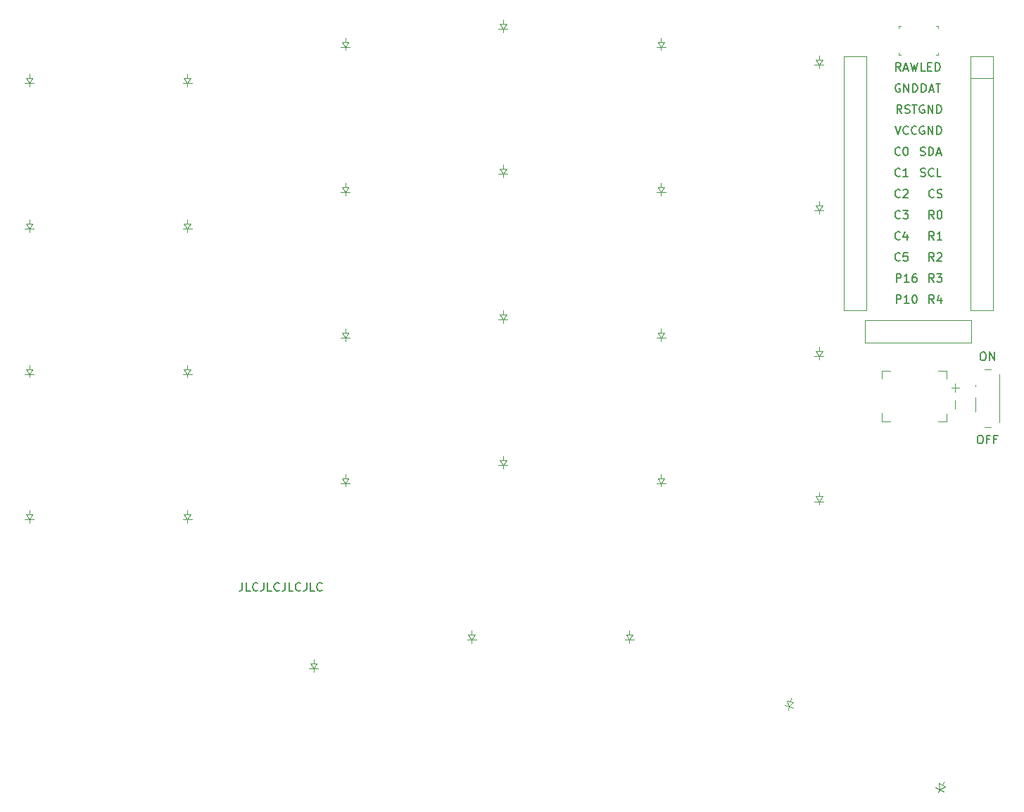
<source format=gbr>
%TF.GenerationSoftware,KiCad,Pcbnew,8.0.7*%
%TF.CreationDate,2025-02-11T23:53:49-03:00*%
%TF.ProjectId,souffle_wireless,736f7566-666c-4655-9f77-6972656c6573,0.1*%
%TF.SameCoordinates,Original*%
%TF.FileFunction,Legend,Top*%
%TF.FilePolarity,Positive*%
%FSLAX46Y46*%
G04 Gerber Fmt 4.6, Leading zero omitted, Abs format (unit mm)*
G04 Created by KiCad (PCBNEW 8.0.7) date 2025-02-11 23:53:49*
%MOMM*%
%LPD*%
G01*
G04 APERTURE LIST*
%ADD10C,0.150000*%
%ADD11C,0.100000*%
%ADD12C,0.120000*%
G04 APERTURE END LIST*
D10*
X133380951Y-106454819D02*
X133380951Y-107169104D01*
X133380951Y-107169104D02*
X133333332Y-107311961D01*
X133333332Y-107311961D02*
X133238094Y-107407200D01*
X133238094Y-107407200D02*
X133095237Y-107454819D01*
X133095237Y-107454819D02*
X132999999Y-107454819D01*
X134333332Y-107454819D02*
X133857142Y-107454819D01*
X133857142Y-107454819D02*
X133857142Y-106454819D01*
X135238094Y-107359580D02*
X135190475Y-107407200D01*
X135190475Y-107407200D02*
X135047618Y-107454819D01*
X135047618Y-107454819D02*
X134952380Y-107454819D01*
X134952380Y-107454819D02*
X134809523Y-107407200D01*
X134809523Y-107407200D02*
X134714285Y-107311961D01*
X134714285Y-107311961D02*
X134666666Y-107216723D01*
X134666666Y-107216723D02*
X134619047Y-107026247D01*
X134619047Y-107026247D02*
X134619047Y-106883390D01*
X134619047Y-106883390D02*
X134666666Y-106692914D01*
X134666666Y-106692914D02*
X134714285Y-106597676D01*
X134714285Y-106597676D02*
X134809523Y-106502438D01*
X134809523Y-106502438D02*
X134952380Y-106454819D01*
X134952380Y-106454819D02*
X135047618Y-106454819D01*
X135047618Y-106454819D02*
X135190475Y-106502438D01*
X135190475Y-106502438D02*
X135238094Y-106550057D01*
X135952380Y-106454819D02*
X135952380Y-107169104D01*
X135952380Y-107169104D02*
X135904761Y-107311961D01*
X135904761Y-107311961D02*
X135809523Y-107407200D01*
X135809523Y-107407200D02*
X135666666Y-107454819D01*
X135666666Y-107454819D02*
X135571428Y-107454819D01*
X136904761Y-107454819D02*
X136428571Y-107454819D01*
X136428571Y-107454819D02*
X136428571Y-106454819D01*
X137809523Y-107359580D02*
X137761904Y-107407200D01*
X137761904Y-107407200D02*
X137619047Y-107454819D01*
X137619047Y-107454819D02*
X137523809Y-107454819D01*
X137523809Y-107454819D02*
X137380952Y-107407200D01*
X137380952Y-107407200D02*
X137285714Y-107311961D01*
X137285714Y-107311961D02*
X137238095Y-107216723D01*
X137238095Y-107216723D02*
X137190476Y-107026247D01*
X137190476Y-107026247D02*
X137190476Y-106883390D01*
X137190476Y-106883390D02*
X137238095Y-106692914D01*
X137238095Y-106692914D02*
X137285714Y-106597676D01*
X137285714Y-106597676D02*
X137380952Y-106502438D01*
X137380952Y-106502438D02*
X137523809Y-106454819D01*
X137523809Y-106454819D02*
X137619047Y-106454819D01*
X137619047Y-106454819D02*
X137761904Y-106502438D01*
X137761904Y-106502438D02*
X137809523Y-106550057D01*
X138523809Y-106454819D02*
X138523809Y-107169104D01*
X138523809Y-107169104D02*
X138476190Y-107311961D01*
X138476190Y-107311961D02*
X138380952Y-107407200D01*
X138380952Y-107407200D02*
X138238095Y-107454819D01*
X138238095Y-107454819D02*
X138142857Y-107454819D01*
X139476190Y-107454819D02*
X139000000Y-107454819D01*
X139000000Y-107454819D02*
X139000000Y-106454819D01*
X140380952Y-107359580D02*
X140333333Y-107407200D01*
X140333333Y-107407200D02*
X140190476Y-107454819D01*
X140190476Y-107454819D02*
X140095238Y-107454819D01*
X140095238Y-107454819D02*
X139952381Y-107407200D01*
X139952381Y-107407200D02*
X139857143Y-107311961D01*
X139857143Y-107311961D02*
X139809524Y-107216723D01*
X139809524Y-107216723D02*
X139761905Y-107026247D01*
X139761905Y-107026247D02*
X139761905Y-106883390D01*
X139761905Y-106883390D02*
X139809524Y-106692914D01*
X139809524Y-106692914D02*
X139857143Y-106597676D01*
X139857143Y-106597676D02*
X139952381Y-106502438D01*
X139952381Y-106502438D02*
X140095238Y-106454819D01*
X140095238Y-106454819D02*
X140190476Y-106454819D01*
X140190476Y-106454819D02*
X140333333Y-106502438D01*
X140333333Y-106502438D02*
X140380952Y-106550057D01*
X141095238Y-106454819D02*
X141095238Y-107169104D01*
X141095238Y-107169104D02*
X141047619Y-107311961D01*
X141047619Y-107311961D02*
X140952381Y-107407200D01*
X140952381Y-107407200D02*
X140809524Y-107454819D01*
X140809524Y-107454819D02*
X140714286Y-107454819D01*
X142047619Y-107454819D02*
X141571429Y-107454819D01*
X141571429Y-107454819D02*
X141571429Y-106454819D01*
X142952381Y-107359580D02*
X142904762Y-107407200D01*
X142904762Y-107407200D02*
X142761905Y-107454819D01*
X142761905Y-107454819D02*
X142666667Y-107454819D01*
X142666667Y-107454819D02*
X142523810Y-107407200D01*
X142523810Y-107407200D02*
X142428572Y-107311961D01*
X142428572Y-107311961D02*
X142380953Y-107216723D01*
X142380953Y-107216723D02*
X142333334Y-107026247D01*
X142333334Y-107026247D02*
X142333334Y-106883390D01*
X142333334Y-106883390D02*
X142380953Y-106692914D01*
X142380953Y-106692914D02*
X142428572Y-106597676D01*
X142428572Y-106597676D02*
X142523810Y-106502438D01*
X142523810Y-106502438D02*
X142666667Y-106454819D01*
X142666667Y-106454819D02*
X142761905Y-106454819D01*
X142761905Y-106454819D02*
X142904762Y-106502438D01*
X142904762Y-106502438D02*
X142952381Y-106550057D01*
X212563523Y-44874819D02*
X212230190Y-44398628D01*
X211992095Y-44874819D02*
X211992095Y-43874819D01*
X211992095Y-43874819D02*
X212373047Y-43874819D01*
X212373047Y-43874819D02*
X212468285Y-43922438D01*
X212468285Y-43922438D02*
X212515904Y-43970057D01*
X212515904Y-43970057D02*
X212563523Y-44065295D01*
X212563523Y-44065295D02*
X212563523Y-44208152D01*
X212563523Y-44208152D02*
X212515904Y-44303390D01*
X212515904Y-44303390D02*
X212468285Y-44351009D01*
X212468285Y-44351009D02*
X212373047Y-44398628D01*
X212373047Y-44398628D02*
X211992095Y-44398628D01*
X212944476Y-44589104D02*
X213420666Y-44589104D01*
X212849238Y-44874819D02*
X213182571Y-43874819D01*
X213182571Y-43874819D02*
X213515904Y-44874819D01*
X213754000Y-43874819D02*
X213992095Y-44874819D01*
X213992095Y-44874819D02*
X214182571Y-44160533D01*
X214182571Y-44160533D02*
X214373047Y-44874819D01*
X214373047Y-44874819D02*
X214611143Y-43874819D01*
X215511142Y-44874819D02*
X215034952Y-44874819D01*
X215034952Y-44874819D02*
X215034952Y-43874819D01*
X215844476Y-44351009D02*
X216177809Y-44351009D01*
X216320666Y-44874819D02*
X215844476Y-44874819D01*
X215844476Y-44874819D02*
X215844476Y-43874819D01*
X215844476Y-43874819D02*
X216320666Y-43874819D01*
X216749238Y-44874819D02*
X216749238Y-43874819D01*
X216749238Y-43874819D02*
X216987333Y-43874819D01*
X216987333Y-43874819D02*
X217130190Y-43922438D01*
X217130190Y-43922438D02*
X217225428Y-44017676D01*
X217225428Y-44017676D02*
X217273047Y-44112914D01*
X217273047Y-44112914D02*
X217320666Y-44303390D01*
X217320666Y-44303390D02*
X217320666Y-44446247D01*
X217320666Y-44446247D02*
X217273047Y-44636723D01*
X217273047Y-44636723D02*
X217225428Y-44731961D01*
X217225428Y-44731961D02*
X217130190Y-44827200D01*
X217130190Y-44827200D02*
X216987333Y-44874819D01*
X216987333Y-44874819D02*
X216749238Y-44874819D01*
X212492095Y-46462438D02*
X212396857Y-46414819D01*
X212396857Y-46414819D02*
X212254000Y-46414819D01*
X212254000Y-46414819D02*
X212111143Y-46462438D01*
X212111143Y-46462438D02*
X212015905Y-46557676D01*
X212015905Y-46557676D02*
X211968286Y-46652914D01*
X211968286Y-46652914D02*
X211920667Y-46843390D01*
X211920667Y-46843390D02*
X211920667Y-46986247D01*
X211920667Y-46986247D02*
X211968286Y-47176723D01*
X211968286Y-47176723D02*
X212015905Y-47271961D01*
X212015905Y-47271961D02*
X212111143Y-47367200D01*
X212111143Y-47367200D02*
X212254000Y-47414819D01*
X212254000Y-47414819D02*
X212349238Y-47414819D01*
X212349238Y-47414819D02*
X212492095Y-47367200D01*
X212492095Y-47367200D02*
X212539714Y-47319580D01*
X212539714Y-47319580D02*
X212539714Y-46986247D01*
X212539714Y-46986247D02*
X212349238Y-46986247D01*
X212968286Y-47414819D02*
X212968286Y-46414819D01*
X212968286Y-46414819D02*
X213539714Y-47414819D01*
X213539714Y-47414819D02*
X213539714Y-46414819D01*
X214015905Y-47414819D02*
X214015905Y-46414819D01*
X214015905Y-46414819D02*
X214254000Y-46414819D01*
X214254000Y-46414819D02*
X214396857Y-46462438D01*
X214396857Y-46462438D02*
X214492095Y-46557676D01*
X214492095Y-46557676D02*
X214539714Y-46652914D01*
X214539714Y-46652914D02*
X214587333Y-46843390D01*
X214587333Y-46843390D02*
X214587333Y-46986247D01*
X214587333Y-46986247D02*
X214539714Y-47176723D01*
X214539714Y-47176723D02*
X214492095Y-47271961D01*
X214492095Y-47271961D02*
X214396857Y-47367200D01*
X214396857Y-47367200D02*
X214254000Y-47414819D01*
X214254000Y-47414819D02*
X214015905Y-47414819D01*
X215082571Y-47414819D02*
X215082571Y-46414819D01*
X215082571Y-46414819D02*
X215320666Y-46414819D01*
X215320666Y-46414819D02*
X215463523Y-46462438D01*
X215463523Y-46462438D02*
X215558761Y-46557676D01*
X215558761Y-46557676D02*
X215606380Y-46652914D01*
X215606380Y-46652914D02*
X215653999Y-46843390D01*
X215653999Y-46843390D02*
X215653999Y-46986247D01*
X215653999Y-46986247D02*
X215606380Y-47176723D01*
X215606380Y-47176723D02*
X215558761Y-47271961D01*
X215558761Y-47271961D02*
X215463523Y-47367200D01*
X215463523Y-47367200D02*
X215320666Y-47414819D01*
X215320666Y-47414819D02*
X215082571Y-47414819D01*
X216034952Y-47129104D02*
X216511142Y-47129104D01*
X215939714Y-47414819D02*
X216273047Y-46414819D01*
X216273047Y-46414819D02*
X216606380Y-47414819D01*
X216796857Y-46414819D02*
X217368285Y-46414819D01*
X217082571Y-47414819D02*
X217082571Y-46414819D01*
X212706380Y-49954819D02*
X212373047Y-49478628D01*
X212134952Y-49954819D02*
X212134952Y-48954819D01*
X212134952Y-48954819D02*
X212515904Y-48954819D01*
X212515904Y-48954819D02*
X212611142Y-49002438D01*
X212611142Y-49002438D02*
X212658761Y-49050057D01*
X212658761Y-49050057D02*
X212706380Y-49145295D01*
X212706380Y-49145295D02*
X212706380Y-49288152D01*
X212706380Y-49288152D02*
X212658761Y-49383390D01*
X212658761Y-49383390D02*
X212611142Y-49431009D01*
X212611142Y-49431009D02*
X212515904Y-49478628D01*
X212515904Y-49478628D02*
X212134952Y-49478628D01*
X213087333Y-49907200D02*
X213230190Y-49954819D01*
X213230190Y-49954819D02*
X213468285Y-49954819D01*
X213468285Y-49954819D02*
X213563523Y-49907200D01*
X213563523Y-49907200D02*
X213611142Y-49859580D01*
X213611142Y-49859580D02*
X213658761Y-49764342D01*
X213658761Y-49764342D02*
X213658761Y-49669104D01*
X213658761Y-49669104D02*
X213611142Y-49573866D01*
X213611142Y-49573866D02*
X213563523Y-49526247D01*
X213563523Y-49526247D02*
X213468285Y-49478628D01*
X213468285Y-49478628D02*
X213277809Y-49431009D01*
X213277809Y-49431009D02*
X213182571Y-49383390D01*
X213182571Y-49383390D02*
X213134952Y-49335771D01*
X213134952Y-49335771D02*
X213087333Y-49240533D01*
X213087333Y-49240533D02*
X213087333Y-49145295D01*
X213087333Y-49145295D02*
X213134952Y-49050057D01*
X213134952Y-49050057D02*
X213182571Y-49002438D01*
X213182571Y-49002438D02*
X213277809Y-48954819D01*
X213277809Y-48954819D02*
X213515904Y-48954819D01*
X213515904Y-48954819D02*
X213658761Y-49002438D01*
X213944476Y-48954819D02*
X214515904Y-48954819D01*
X214230190Y-49954819D02*
X214230190Y-48954819D01*
X215392095Y-49002438D02*
X215296857Y-48954819D01*
X215296857Y-48954819D02*
X215154000Y-48954819D01*
X215154000Y-48954819D02*
X215011143Y-49002438D01*
X215011143Y-49002438D02*
X214915905Y-49097676D01*
X214915905Y-49097676D02*
X214868286Y-49192914D01*
X214868286Y-49192914D02*
X214820667Y-49383390D01*
X214820667Y-49383390D02*
X214820667Y-49526247D01*
X214820667Y-49526247D02*
X214868286Y-49716723D01*
X214868286Y-49716723D02*
X214915905Y-49811961D01*
X214915905Y-49811961D02*
X215011143Y-49907200D01*
X215011143Y-49907200D02*
X215154000Y-49954819D01*
X215154000Y-49954819D02*
X215249238Y-49954819D01*
X215249238Y-49954819D02*
X215392095Y-49907200D01*
X215392095Y-49907200D02*
X215439714Y-49859580D01*
X215439714Y-49859580D02*
X215439714Y-49526247D01*
X215439714Y-49526247D02*
X215249238Y-49526247D01*
X215868286Y-49954819D02*
X215868286Y-48954819D01*
X215868286Y-48954819D02*
X216439714Y-49954819D01*
X216439714Y-49954819D02*
X216439714Y-48954819D01*
X216915905Y-49954819D02*
X216915905Y-48954819D01*
X216915905Y-48954819D02*
X217154000Y-48954819D01*
X217154000Y-48954819D02*
X217296857Y-49002438D01*
X217296857Y-49002438D02*
X217392095Y-49097676D01*
X217392095Y-49097676D02*
X217439714Y-49192914D01*
X217439714Y-49192914D02*
X217487333Y-49383390D01*
X217487333Y-49383390D02*
X217487333Y-49526247D01*
X217487333Y-49526247D02*
X217439714Y-49716723D01*
X217439714Y-49716723D02*
X217392095Y-49811961D01*
X217392095Y-49811961D02*
X217296857Y-49907200D01*
X217296857Y-49907200D02*
X217154000Y-49954819D01*
X217154000Y-49954819D02*
X216915905Y-49954819D01*
X211920667Y-51494819D02*
X212254000Y-52494819D01*
X212254000Y-52494819D02*
X212587333Y-51494819D01*
X213492095Y-52399580D02*
X213444476Y-52447200D01*
X213444476Y-52447200D02*
X213301619Y-52494819D01*
X213301619Y-52494819D02*
X213206381Y-52494819D01*
X213206381Y-52494819D02*
X213063524Y-52447200D01*
X213063524Y-52447200D02*
X212968286Y-52351961D01*
X212968286Y-52351961D02*
X212920667Y-52256723D01*
X212920667Y-52256723D02*
X212873048Y-52066247D01*
X212873048Y-52066247D02*
X212873048Y-51923390D01*
X212873048Y-51923390D02*
X212920667Y-51732914D01*
X212920667Y-51732914D02*
X212968286Y-51637676D01*
X212968286Y-51637676D02*
X213063524Y-51542438D01*
X213063524Y-51542438D02*
X213206381Y-51494819D01*
X213206381Y-51494819D02*
X213301619Y-51494819D01*
X213301619Y-51494819D02*
X213444476Y-51542438D01*
X213444476Y-51542438D02*
X213492095Y-51590057D01*
X214492095Y-52399580D02*
X214444476Y-52447200D01*
X214444476Y-52447200D02*
X214301619Y-52494819D01*
X214301619Y-52494819D02*
X214206381Y-52494819D01*
X214206381Y-52494819D02*
X214063524Y-52447200D01*
X214063524Y-52447200D02*
X213968286Y-52351961D01*
X213968286Y-52351961D02*
X213920667Y-52256723D01*
X213920667Y-52256723D02*
X213873048Y-52066247D01*
X213873048Y-52066247D02*
X213873048Y-51923390D01*
X213873048Y-51923390D02*
X213920667Y-51732914D01*
X213920667Y-51732914D02*
X213968286Y-51637676D01*
X213968286Y-51637676D02*
X214063524Y-51542438D01*
X214063524Y-51542438D02*
X214206381Y-51494819D01*
X214206381Y-51494819D02*
X214301619Y-51494819D01*
X214301619Y-51494819D02*
X214444476Y-51542438D01*
X214444476Y-51542438D02*
X214492095Y-51590057D01*
X215392095Y-51542438D02*
X215296857Y-51494819D01*
X215296857Y-51494819D02*
X215154000Y-51494819D01*
X215154000Y-51494819D02*
X215011143Y-51542438D01*
X215011143Y-51542438D02*
X214915905Y-51637676D01*
X214915905Y-51637676D02*
X214868286Y-51732914D01*
X214868286Y-51732914D02*
X214820667Y-51923390D01*
X214820667Y-51923390D02*
X214820667Y-52066247D01*
X214820667Y-52066247D02*
X214868286Y-52256723D01*
X214868286Y-52256723D02*
X214915905Y-52351961D01*
X214915905Y-52351961D02*
X215011143Y-52447200D01*
X215011143Y-52447200D02*
X215154000Y-52494819D01*
X215154000Y-52494819D02*
X215249238Y-52494819D01*
X215249238Y-52494819D02*
X215392095Y-52447200D01*
X215392095Y-52447200D02*
X215439714Y-52399580D01*
X215439714Y-52399580D02*
X215439714Y-52066247D01*
X215439714Y-52066247D02*
X215249238Y-52066247D01*
X215868286Y-52494819D02*
X215868286Y-51494819D01*
X215868286Y-51494819D02*
X216439714Y-52494819D01*
X216439714Y-52494819D02*
X216439714Y-51494819D01*
X216915905Y-52494819D02*
X216915905Y-51494819D01*
X216915905Y-51494819D02*
X217154000Y-51494819D01*
X217154000Y-51494819D02*
X217296857Y-51542438D01*
X217296857Y-51542438D02*
X217392095Y-51637676D01*
X217392095Y-51637676D02*
X217439714Y-51732914D01*
X217439714Y-51732914D02*
X217487333Y-51923390D01*
X217487333Y-51923390D02*
X217487333Y-52066247D01*
X217487333Y-52066247D02*
X217439714Y-52256723D01*
X217439714Y-52256723D02*
X217392095Y-52351961D01*
X217392095Y-52351961D02*
X217296857Y-52447200D01*
X217296857Y-52447200D02*
X217154000Y-52494819D01*
X217154000Y-52494819D02*
X216915905Y-52494819D01*
X212497333Y-54939580D02*
X212449714Y-54987200D01*
X212449714Y-54987200D02*
X212306857Y-55034819D01*
X212306857Y-55034819D02*
X212211619Y-55034819D01*
X212211619Y-55034819D02*
X212068762Y-54987200D01*
X212068762Y-54987200D02*
X211973524Y-54891961D01*
X211973524Y-54891961D02*
X211925905Y-54796723D01*
X211925905Y-54796723D02*
X211878286Y-54606247D01*
X211878286Y-54606247D02*
X211878286Y-54463390D01*
X211878286Y-54463390D02*
X211925905Y-54272914D01*
X211925905Y-54272914D02*
X211973524Y-54177676D01*
X211973524Y-54177676D02*
X212068762Y-54082438D01*
X212068762Y-54082438D02*
X212211619Y-54034819D01*
X212211619Y-54034819D02*
X212306857Y-54034819D01*
X212306857Y-54034819D02*
X212449714Y-54082438D01*
X212449714Y-54082438D02*
X212497333Y-54130057D01*
X213116381Y-54034819D02*
X213211619Y-54034819D01*
X213211619Y-54034819D02*
X213306857Y-54082438D01*
X213306857Y-54082438D02*
X213354476Y-54130057D01*
X213354476Y-54130057D02*
X213402095Y-54225295D01*
X213402095Y-54225295D02*
X213449714Y-54415771D01*
X213449714Y-54415771D02*
X213449714Y-54653866D01*
X213449714Y-54653866D02*
X213402095Y-54844342D01*
X213402095Y-54844342D02*
X213354476Y-54939580D01*
X213354476Y-54939580D02*
X213306857Y-54987200D01*
X213306857Y-54987200D02*
X213211619Y-55034819D01*
X213211619Y-55034819D02*
X213116381Y-55034819D01*
X213116381Y-55034819D02*
X213021143Y-54987200D01*
X213021143Y-54987200D02*
X212973524Y-54939580D01*
X212973524Y-54939580D02*
X212925905Y-54844342D01*
X212925905Y-54844342D02*
X212878286Y-54653866D01*
X212878286Y-54653866D02*
X212878286Y-54415771D01*
X212878286Y-54415771D02*
X212925905Y-54225295D01*
X212925905Y-54225295D02*
X212973524Y-54130057D01*
X212973524Y-54130057D02*
X213021143Y-54082438D01*
X213021143Y-54082438D02*
X213116381Y-54034819D01*
X214939714Y-54987200D02*
X215082571Y-55034819D01*
X215082571Y-55034819D02*
X215320666Y-55034819D01*
X215320666Y-55034819D02*
X215415904Y-54987200D01*
X215415904Y-54987200D02*
X215463523Y-54939580D01*
X215463523Y-54939580D02*
X215511142Y-54844342D01*
X215511142Y-54844342D02*
X215511142Y-54749104D01*
X215511142Y-54749104D02*
X215463523Y-54653866D01*
X215463523Y-54653866D02*
X215415904Y-54606247D01*
X215415904Y-54606247D02*
X215320666Y-54558628D01*
X215320666Y-54558628D02*
X215130190Y-54511009D01*
X215130190Y-54511009D02*
X215034952Y-54463390D01*
X215034952Y-54463390D02*
X214987333Y-54415771D01*
X214987333Y-54415771D02*
X214939714Y-54320533D01*
X214939714Y-54320533D02*
X214939714Y-54225295D01*
X214939714Y-54225295D02*
X214987333Y-54130057D01*
X214987333Y-54130057D02*
X215034952Y-54082438D01*
X215034952Y-54082438D02*
X215130190Y-54034819D01*
X215130190Y-54034819D02*
X215368285Y-54034819D01*
X215368285Y-54034819D02*
X215511142Y-54082438D01*
X215939714Y-55034819D02*
X215939714Y-54034819D01*
X215939714Y-54034819D02*
X216177809Y-54034819D01*
X216177809Y-54034819D02*
X216320666Y-54082438D01*
X216320666Y-54082438D02*
X216415904Y-54177676D01*
X216415904Y-54177676D02*
X216463523Y-54272914D01*
X216463523Y-54272914D02*
X216511142Y-54463390D01*
X216511142Y-54463390D02*
X216511142Y-54606247D01*
X216511142Y-54606247D02*
X216463523Y-54796723D01*
X216463523Y-54796723D02*
X216415904Y-54891961D01*
X216415904Y-54891961D02*
X216320666Y-54987200D01*
X216320666Y-54987200D02*
X216177809Y-55034819D01*
X216177809Y-55034819D02*
X215939714Y-55034819D01*
X216892095Y-54749104D02*
X217368285Y-54749104D01*
X216796857Y-55034819D02*
X217130190Y-54034819D01*
X217130190Y-54034819D02*
X217463523Y-55034819D01*
X212497333Y-57479580D02*
X212449714Y-57527200D01*
X212449714Y-57527200D02*
X212306857Y-57574819D01*
X212306857Y-57574819D02*
X212211619Y-57574819D01*
X212211619Y-57574819D02*
X212068762Y-57527200D01*
X212068762Y-57527200D02*
X211973524Y-57431961D01*
X211973524Y-57431961D02*
X211925905Y-57336723D01*
X211925905Y-57336723D02*
X211878286Y-57146247D01*
X211878286Y-57146247D02*
X211878286Y-57003390D01*
X211878286Y-57003390D02*
X211925905Y-56812914D01*
X211925905Y-56812914D02*
X211973524Y-56717676D01*
X211973524Y-56717676D02*
X212068762Y-56622438D01*
X212068762Y-56622438D02*
X212211619Y-56574819D01*
X212211619Y-56574819D02*
X212306857Y-56574819D01*
X212306857Y-56574819D02*
X212449714Y-56622438D01*
X212449714Y-56622438D02*
X212497333Y-56670057D01*
X213449714Y-57574819D02*
X212878286Y-57574819D01*
X213164000Y-57574819D02*
X213164000Y-56574819D01*
X213164000Y-56574819D02*
X213068762Y-56717676D01*
X213068762Y-56717676D02*
X212973524Y-56812914D01*
X212973524Y-56812914D02*
X212878286Y-56860533D01*
X214963524Y-57527200D02*
X215106381Y-57574819D01*
X215106381Y-57574819D02*
X215344476Y-57574819D01*
X215344476Y-57574819D02*
X215439714Y-57527200D01*
X215439714Y-57527200D02*
X215487333Y-57479580D01*
X215487333Y-57479580D02*
X215534952Y-57384342D01*
X215534952Y-57384342D02*
X215534952Y-57289104D01*
X215534952Y-57289104D02*
X215487333Y-57193866D01*
X215487333Y-57193866D02*
X215439714Y-57146247D01*
X215439714Y-57146247D02*
X215344476Y-57098628D01*
X215344476Y-57098628D02*
X215154000Y-57051009D01*
X215154000Y-57051009D02*
X215058762Y-57003390D01*
X215058762Y-57003390D02*
X215011143Y-56955771D01*
X215011143Y-56955771D02*
X214963524Y-56860533D01*
X214963524Y-56860533D02*
X214963524Y-56765295D01*
X214963524Y-56765295D02*
X215011143Y-56670057D01*
X215011143Y-56670057D02*
X215058762Y-56622438D01*
X215058762Y-56622438D02*
X215154000Y-56574819D01*
X215154000Y-56574819D02*
X215392095Y-56574819D01*
X215392095Y-56574819D02*
X215534952Y-56622438D01*
X216534952Y-57479580D02*
X216487333Y-57527200D01*
X216487333Y-57527200D02*
X216344476Y-57574819D01*
X216344476Y-57574819D02*
X216249238Y-57574819D01*
X216249238Y-57574819D02*
X216106381Y-57527200D01*
X216106381Y-57527200D02*
X216011143Y-57431961D01*
X216011143Y-57431961D02*
X215963524Y-57336723D01*
X215963524Y-57336723D02*
X215915905Y-57146247D01*
X215915905Y-57146247D02*
X215915905Y-57003390D01*
X215915905Y-57003390D02*
X215963524Y-56812914D01*
X215963524Y-56812914D02*
X216011143Y-56717676D01*
X216011143Y-56717676D02*
X216106381Y-56622438D01*
X216106381Y-56622438D02*
X216249238Y-56574819D01*
X216249238Y-56574819D02*
X216344476Y-56574819D01*
X216344476Y-56574819D02*
X216487333Y-56622438D01*
X216487333Y-56622438D02*
X216534952Y-56670057D01*
X217439714Y-57574819D02*
X216963524Y-57574819D01*
X216963524Y-57574819D02*
X216963524Y-56574819D01*
X212497333Y-60019580D02*
X212449714Y-60067200D01*
X212449714Y-60067200D02*
X212306857Y-60114819D01*
X212306857Y-60114819D02*
X212211619Y-60114819D01*
X212211619Y-60114819D02*
X212068762Y-60067200D01*
X212068762Y-60067200D02*
X211973524Y-59971961D01*
X211973524Y-59971961D02*
X211925905Y-59876723D01*
X211925905Y-59876723D02*
X211878286Y-59686247D01*
X211878286Y-59686247D02*
X211878286Y-59543390D01*
X211878286Y-59543390D02*
X211925905Y-59352914D01*
X211925905Y-59352914D02*
X211973524Y-59257676D01*
X211973524Y-59257676D02*
X212068762Y-59162438D01*
X212068762Y-59162438D02*
X212211619Y-59114819D01*
X212211619Y-59114819D02*
X212306857Y-59114819D01*
X212306857Y-59114819D02*
X212449714Y-59162438D01*
X212449714Y-59162438D02*
X212497333Y-59210057D01*
X212878286Y-59210057D02*
X212925905Y-59162438D01*
X212925905Y-59162438D02*
X213021143Y-59114819D01*
X213021143Y-59114819D02*
X213259238Y-59114819D01*
X213259238Y-59114819D02*
X213354476Y-59162438D01*
X213354476Y-59162438D02*
X213402095Y-59210057D01*
X213402095Y-59210057D02*
X213449714Y-59305295D01*
X213449714Y-59305295D02*
X213449714Y-59400533D01*
X213449714Y-59400533D02*
X213402095Y-59543390D01*
X213402095Y-59543390D02*
X212830667Y-60114819D01*
X212830667Y-60114819D02*
X213449714Y-60114819D01*
X216577333Y-60019580D02*
X216529714Y-60067200D01*
X216529714Y-60067200D02*
X216386857Y-60114819D01*
X216386857Y-60114819D02*
X216291619Y-60114819D01*
X216291619Y-60114819D02*
X216148762Y-60067200D01*
X216148762Y-60067200D02*
X216053524Y-59971961D01*
X216053524Y-59971961D02*
X216005905Y-59876723D01*
X216005905Y-59876723D02*
X215958286Y-59686247D01*
X215958286Y-59686247D02*
X215958286Y-59543390D01*
X215958286Y-59543390D02*
X216005905Y-59352914D01*
X216005905Y-59352914D02*
X216053524Y-59257676D01*
X216053524Y-59257676D02*
X216148762Y-59162438D01*
X216148762Y-59162438D02*
X216291619Y-59114819D01*
X216291619Y-59114819D02*
X216386857Y-59114819D01*
X216386857Y-59114819D02*
X216529714Y-59162438D01*
X216529714Y-59162438D02*
X216577333Y-59210057D01*
X216958286Y-60067200D02*
X217101143Y-60114819D01*
X217101143Y-60114819D02*
X217339238Y-60114819D01*
X217339238Y-60114819D02*
X217434476Y-60067200D01*
X217434476Y-60067200D02*
X217482095Y-60019580D01*
X217482095Y-60019580D02*
X217529714Y-59924342D01*
X217529714Y-59924342D02*
X217529714Y-59829104D01*
X217529714Y-59829104D02*
X217482095Y-59733866D01*
X217482095Y-59733866D02*
X217434476Y-59686247D01*
X217434476Y-59686247D02*
X217339238Y-59638628D01*
X217339238Y-59638628D02*
X217148762Y-59591009D01*
X217148762Y-59591009D02*
X217053524Y-59543390D01*
X217053524Y-59543390D02*
X217005905Y-59495771D01*
X217005905Y-59495771D02*
X216958286Y-59400533D01*
X216958286Y-59400533D02*
X216958286Y-59305295D01*
X216958286Y-59305295D02*
X217005905Y-59210057D01*
X217005905Y-59210057D02*
X217053524Y-59162438D01*
X217053524Y-59162438D02*
X217148762Y-59114819D01*
X217148762Y-59114819D02*
X217386857Y-59114819D01*
X217386857Y-59114819D02*
X217529714Y-59162438D01*
X212497333Y-62559580D02*
X212449714Y-62607200D01*
X212449714Y-62607200D02*
X212306857Y-62654819D01*
X212306857Y-62654819D02*
X212211619Y-62654819D01*
X212211619Y-62654819D02*
X212068762Y-62607200D01*
X212068762Y-62607200D02*
X211973524Y-62511961D01*
X211973524Y-62511961D02*
X211925905Y-62416723D01*
X211925905Y-62416723D02*
X211878286Y-62226247D01*
X211878286Y-62226247D02*
X211878286Y-62083390D01*
X211878286Y-62083390D02*
X211925905Y-61892914D01*
X211925905Y-61892914D02*
X211973524Y-61797676D01*
X211973524Y-61797676D02*
X212068762Y-61702438D01*
X212068762Y-61702438D02*
X212211619Y-61654819D01*
X212211619Y-61654819D02*
X212306857Y-61654819D01*
X212306857Y-61654819D02*
X212449714Y-61702438D01*
X212449714Y-61702438D02*
X212497333Y-61750057D01*
X212830667Y-61654819D02*
X213449714Y-61654819D01*
X213449714Y-61654819D02*
X213116381Y-62035771D01*
X213116381Y-62035771D02*
X213259238Y-62035771D01*
X213259238Y-62035771D02*
X213354476Y-62083390D01*
X213354476Y-62083390D02*
X213402095Y-62131009D01*
X213402095Y-62131009D02*
X213449714Y-62226247D01*
X213449714Y-62226247D02*
X213449714Y-62464342D01*
X213449714Y-62464342D02*
X213402095Y-62559580D01*
X213402095Y-62559580D02*
X213354476Y-62607200D01*
X213354476Y-62607200D02*
X213259238Y-62654819D01*
X213259238Y-62654819D02*
X212973524Y-62654819D01*
X212973524Y-62654819D02*
X212878286Y-62607200D01*
X212878286Y-62607200D02*
X212830667Y-62559580D01*
X216577333Y-62654819D02*
X216244000Y-62178628D01*
X216005905Y-62654819D02*
X216005905Y-61654819D01*
X216005905Y-61654819D02*
X216386857Y-61654819D01*
X216386857Y-61654819D02*
X216482095Y-61702438D01*
X216482095Y-61702438D02*
X216529714Y-61750057D01*
X216529714Y-61750057D02*
X216577333Y-61845295D01*
X216577333Y-61845295D02*
X216577333Y-61988152D01*
X216577333Y-61988152D02*
X216529714Y-62083390D01*
X216529714Y-62083390D02*
X216482095Y-62131009D01*
X216482095Y-62131009D02*
X216386857Y-62178628D01*
X216386857Y-62178628D02*
X216005905Y-62178628D01*
X217196381Y-61654819D02*
X217291619Y-61654819D01*
X217291619Y-61654819D02*
X217386857Y-61702438D01*
X217386857Y-61702438D02*
X217434476Y-61750057D01*
X217434476Y-61750057D02*
X217482095Y-61845295D01*
X217482095Y-61845295D02*
X217529714Y-62035771D01*
X217529714Y-62035771D02*
X217529714Y-62273866D01*
X217529714Y-62273866D02*
X217482095Y-62464342D01*
X217482095Y-62464342D02*
X217434476Y-62559580D01*
X217434476Y-62559580D02*
X217386857Y-62607200D01*
X217386857Y-62607200D02*
X217291619Y-62654819D01*
X217291619Y-62654819D02*
X217196381Y-62654819D01*
X217196381Y-62654819D02*
X217101143Y-62607200D01*
X217101143Y-62607200D02*
X217053524Y-62559580D01*
X217053524Y-62559580D02*
X217005905Y-62464342D01*
X217005905Y-62464342D02*
X216958286Y-62273866D01*
X216958286Y-62273866D02*
X216958286Y-62035771D01*
X216958286Y-62035771D02*
X217005905Y-61845295D01*
X217005905Y-61845295D02*
X217053524Y-61750057D01*
X217053524Y-61750057D02*
X217101143Y-61702438D01*
X217101143Y-61702438D02*
X217196381Y-61654819D01*
X212497333Y-65099580D02*
X212449714Y-65147200D01*
X212449714Y-65147200D02*
X212306857Y-65194819D01*
X212306857Y-65194819D02*
X212211619Y-65194819D01*
X212211619Y-65194819D02*
X212068762Y-65147200D01*
X212068762Y-65147200D02*
X211973524Y-65051961D01*
X211973524Y-65051961D02*
X211925905Y-64956723D01*
X211925905Y-64956723D02*
X211878286Y-64766247D01*
X211878286Y-64766247D02*
X211878286Y-64623390D01*
X211878286Y-64623390D02*
X211925905Y-64432914D01*
X211925905Y-64432914D02*
X211973524Y-64337676D01*
X211973524Y-64337676D02*
X212068762Y-64242438D01*
X212068762Y-64242438D02*
X212211619Y-64194819D01*
X212211619Y-64194819D02*
X212306857Y-64194819D01*
X212306857Y-64194819D02*
X212449714Y-64242438D01*
X212449714Y-64242438D02*
X212497333Y-64290057D01*
X213354476Y-64528152D02*
X213354476Y-65194819D01*
X213116381Y-64147200D02*
X212878286Y-64861485D01*
X212878286Y-64861485D02*
X213497333Y-64861485D01*
X216577333Y-65194819D02*
X216244000Y-64718628D01*
X216005905Y-65194819D02*
X216005905Y-64194819D01*
X216005905Y-64194819D02*
X216386857Y-64194819D01*
X216386857Y-64194819D02*
X216482095Y-64242438D01*
X216482095Y-64242438D02*
X216529714Y-64290057D01*
X216529714Y-64290057D02*
X216577333Y-64385295D01*
X216577333Y-64385295D02*
X216577333Y-64528152D01*
X216577333Y-64528152D02*
X216529714Y-64623390D01*
X216529714Y-64623390D02*
X216482095Y-64671009D01*
X216482095Y-64671009D02*
X216386857Y-64718628D01*
X216386857Y-64718628D02*
X216005905Y-64718628D01*
X217529714Y-65194819D02*
X216958286Y-65194819D01*
X217244000Y-65194819D02*
X217244000Y-64194819D01*
X217244000Y-64194819D02*
X217148762Y-64337676D01*
X217148762Y-64337676D02*
X217053524Y-64432914D01*
X217053524Y-64432914D02*
X216958286Y-64480533D01*
X212497333Y-67639580D02*
X212449714Y-67687200D01*
X212449714Y-67687200D02*
X212306857Y-67734819D01*
X212306857Y-67734819D02*
X212211619Y-67734819D01*
X212211619Y-67734819D02*
X212068762Y-67687200D01*
X212068762Y-67687200D02*
X211973524Y-67591961D01*
X211973524Y-67591961D02*
X211925905Y-67496723D01*
X211925905Y-67496723D02*
X211878286Y-67306247D01*
X211878286Y-67306247D02*
X211878286Y-67163390D01*
X211878286Y-67163390D02*
X211925905Y-66972914D01*
X211925905Y-66972914D02*
X211973524Y-66877676D01*
X211973524Y-66877676D02*
X212068762Y-66782438D01*
X212068762Y-66782438D02*
X212211619Y-66734819D01*
X212211619Y-66734819D02*
X212306857Y-66734819D01*
X212306857Y-66734819D02*
X212449714Y-66782438D01*
X212449714Y-66782438D02*
X212497333Y-66830057D01*
X213402095Y-66734819D02*
X212925905Y-66734819D01*
X212925905Y-66734819D02*
X212878286Y-67211009D01*
X212878286Y-67211009D02*
X212925905Y-67163390D01*
X212925905Y-67163390D02*
X213021143Y-67115771D01*
X213021143Y-67115771D02*
X213259238Y-67115771D01*
X213259238Y-67115771D02*
X213354476Y-67163390D01*
X213354476Y-67163390D02*
X213402095Y-67211009D01*
X213402095Y-67211009D02*
X213449714Y-67306247D01*
X213449714Y-67306247D02*
X213449714Y-67544342D01*
X213449714Y-67544342D02*
X213402095Y-67639580D01*
X213402095Y-67639580D02*
X213354476Y-67687200D01*
X213354476Y-67687200D02*
X213259238Y-67734819D01*
X213259238Y-67734819D02*
X213021143Y-67734819D01*
X213021143Y-67734819D02*
X212925905Y-67687200D01*
X212925905Y-67687200D02*
X212878286Y-67639580D01*
X216577333Y-67734819D02*
X216244000Y-67258628D01*
X216005905Y-67734819D02*
X216005905Y-66734819D01*
X216005905Y-66734819D02*
X216386857Y-66734819D01*
X216386857Y-66734819D02*
X216482095Y-66782438D01*
X216482095Y-66782438D02*
X216529714Y-66830057D01*
X216529714Y-66830057D02*
X216577333Y-66925295D01*
X216577333Y-66925295D02*
X216577333Y-67068152D01*
X216577333Y-67068152D02*
X216529714Y-67163390D01*
X216529714Y-67163390D02*
X216482095Y-67211009D01*
X216482095Y-67211009D02*
X216386857Y-67258628D01*
X216386857Y-67258628D02*
X216005905Y-67258628D01*
X216958286Y-66830057D02*
X217005905Y-66782438D01*
X217005905Y-66782438D02*
X217101143Y-66734819D01*
X217101143Y-66734819D02*
X217339238Y-66734819D01*
X217339238Y-66734819D02*
X217434476Y-66782438D01*
X217434476Y-66782438D02*
X217482095Y-66830057D01*
X217482095Y-66830057D02*
X217529714Y-66925295D01*
X217529714Y-66925295D02*
X217529714Y-67020533D01*
X217529714Y-67020533D02*
X217482095Y-67163390D01*
X217482095Y-67163390D02*
X216910667Y-67734819D01*
X216910667Y-67734819D02*
X217529714Y-67734819D01*
X212039714Y-70274819D02*
X212039714Y-69274819D01*
X212039714Y-69274819D02*
X212420666Y-69274819D01*
X212420666Y-69274819D02*
X212515904Y-69322438D01*
X212515904Y-69322438D02*
X212563523Y-69370057D01*
X212563523Y-69370057D02*
X212611142Y-69465295D01*
X212611142Y-69465295D02*
X212611142Y-69608152D01*
X212611142Y-69608152D02*
X212563523Y-69703390D01*
X212563523Y-69703390D02*
X212515904Y-69751009D01*
X212515904Y-69751009D02*
X212420666Y-69798628D01*
X212420666Y-69798628D02*
X212039714Y-69798628D01*
X213563523Y-70274819D02*
X212992095Y-70274819D01*
X213277809Y-70274819D02*
X213277809Y-69274819D01*
X213277809Y-69274819D02*
X213182571Y-69417676D01*
X213182571Y-69417676D02*
X213087333Y-69512914D01*
X213087333Y-69512914D02*
X212992095Y-69560533D01*
X214420666Y-69274819D02*
X214230190Y-69274819D01*
X214230190Y-69274819D02*
X214134952Y-69322438D01*
X214134952Y-69322438D02*
X214087333Y-69370057D01*
X214087333Y-69370057D02*
X213992095Y-69512914D01*
X213992095Y-69512914D02*
X213944476Y-69703390D01*
X213944476Y-69703390D02*
X213944476Y-70084342D01*
X213944476Y-70084342D02*
X213992095Y-70179580D01*
X213992095Y-70179580D02*
X214039714Y-70227200D01*
X214039714Y-70227200D02*
X214134952Y-70274819D01*
X214134952Y-70274819D02*
X214325428Y-70274819D01*
X214325428Y-70274819D02*
X214420666Y-70227200D01*
X214420666Y-70227200D02*
X214468285Y-70179580D01*
X214468285Y-70179580D02*
X214515904Y-70084342D01*
X214515904Y-70084342D02*
X214515904Y-69846247D01*
X214515904Y-69846247D02*
X214468285Y-69751009D01*
X214468285Y-69751009D02*
X214420666Y-69703390D01*
X214420666Y-69703390D02*
X214325428Y-69655771D01*
X214325428Y-69655771D02*
X214134952Y-69655771D01*
X214134952Y-69655771D02*
X214039714Y-69703390D01*
X214039714Y-69703390D02*
X213992095Y-69751009D01*
X213992095Y-69751009D02*
X213944476Y-69846247D01*
X216577333Y-70274819D02*
X216244000Y-69798628D01*
X216005905Y-70274819D02*
X216005905Y-69274819D01*
X216005905Y-69274819D02*
X216386857Y-69274819D01*
X216386857Y-69274819D02*
X216482095Y-69322438D01*
X216482095Y-69322438D02*
X216529714Y-69370057D01*
X216529714Y-69370057D02*
X216577333Y-69465295D01*
X216577333Y-69465295D02*
X216577333Y-69608152D01*
X216577333Y-69608152D02*
X216529714Y-69703390D01*
X216529714Y-69703390D02*
X216482095Y-69751009D01*
X216482095Y-69751009D02*
X216386857Y-69798628D01*
X216386857Y-69798628D02*
X216005905Y-69798628D01*
X216910667Y-69274819D02*
X217529714Y-69274819D01*
X217529714Y-69274819D02*
X217196381Y-69655771D01*
X217196381Y-69655771D02*
X217339238Y-69655771D01*
X217339238Y-69655771D02*
X217434476Y-69703390D01*
X217434476Y-69703390D02*
X217482095Y-69751009D01*
X217482095Y-69751009D02*
X217529714Y-69846247D01*
X217529714Y-69846247D02*
X217529714Y-70084342D01*
X217529714Y-70084342D02*
X217482095Y-70179580D01*
X217482095Y-70179580D02*
X217434476Y-70227200D01*
X217434476Y-70227200D02*
X217339238Y-70274819D01*
X217339238Y-70274819D02*
X217053524Y-70274819D01*
X217053524Y-70274819D02*
X216958286Y-70227200D01*
X216958286Y-70227200D02*
X216910667Y-70179580D01*
X212039714Y-72814819D02*
X212039714Y-71814819D01*
X212039714Y-71814819D02*
X212420666Y-71814819D01*
X212420666Y-71814819D02*
X212515904Y-71862438D01*
X212515904Y-71862438D02*
X212563523Y-71910057D01*
X212563523Y-71910057D02*
X212611142Y-72005295D01*
X212611142Y-72005295D02*
X212611142Y-72148152D01*
X212611142Y-72148152D02*
X212563523Y-72243390D01*
X212563523Y-72243390D02*
X212515904Y-72291009D01*
X212515904Y-72291009D02*
X212420666Y-72338628D01*
X212420666Y-72338628D02*
X212039714Y-72338628D01*
X213563523Y-72814819D02*
X212992095Y-72814819D01*
X213277809Y-72814819D02*
X213277809Y-71814819D01*
X213277809Y-71814819D02*
X213182571Y-71957676D01*
X213182571Y-71957676D02*
X213087333Y-72052914D01*
X213087333Y-72052914D02*
X212992095Y-72100533D01*
X214182571Y-71814819D02*
X214277809Y-71814819D01*
X214277809Y-71814819D02*
X214373047Y-71862438D01*
X214373047Y-71862438D02*
X214420666Y-71910057D01*
X214420666Y-71910057D02*
X214468285Y-72005295D01*
X214468285Y-72005295D02*
X214515904Y-72195771D01*
X214515904Y-72195771D02*
X214515904Y-72433866D01*
X214515904Y-72433866D02*
X214468285Y-72624342D01*
X214468285Y-72624342D02*
X214420666Y-72719580D01*
X214420666Y-72719580D02*
X214373047Y-72767200D01*
X214373047Y-72767200D02*
X214277809Y-72814819D01*
X214277809Y-72814819D02*
X214182571Y-72814819D01*
X214182571Y-72814819D02*
X214087333Y-72767200D01*
X214087333Y-72767200D02*
X214039714Y-72719580D01*
X214039714Y-72719580D02*
X213992095Y-72624342D01*
X213992095Y-72624342D02*
X213944476Y-72433866D01*
X213944476Y-72433866D02*
X213944476Y-72195771D01*
X213944476Y-72195771D02*
X213992095Y-72005295D01*
X213992095Y-72005295D02*
X214039714Y-71910057D01*
X214039714Y-71910057D02*
X214087333Y-71862438D01*
X214087333Y-71862438D02*
X214182571Y-71814819D01*
X216577333Y-72814819D02*
X216244000Y-72338628D01*
X216005905Y-72814819D02*
X216005905Y-71814819D01*
X216005905Y-71814819D02*
X216386857Y-71814819D01*
X216386857Y-71814819D02*
X216482095Y-71862438D01*
X216482095Y-71862438D02*
X216529714Y-71910057D01*
X216529714Y-71910057D02*
X216577333Y-72005295D01*
X216577333Y-72005295D02*
X216577333Y-72148152D01*
X216577333Y-72148152D02*
X216529714Y-72243390D01*
X216529714Y-72243390D02*
X216482095Y-72291009D01*
X216482095Y-72291009D02*
X216386857Y-72338628D01*
X216386857Y-72338628D02*
X216005905Y-72338628D01*
X217434476Y-72148152D02*
X217434476Y-72814819D01*
X217196381Y-71767200D02*
X216958286Y-72481485D01*
X216958286Y-72481485D02*
X217577333Y-72481485D01*
X222380952Y-78704819D02*
X222571428Y-78704819D01*
X222571428Y-78704819D02*
X222666666Y-78752438D01*
X222666666Y-78752438D02*
X222761904Y-78847676D01*
X222761904Y-78847676D02*
X222809523Y-79038152D01*
X222809523Y-79038152D02*
X222809523Y-79371485D01*
X222809523Y-79371485D02*
X222761904Y-79561961D01*
X222761904Y-79561961D02*
X222666666Y-79657200D01*
X222666666Y-79657200D02*
X222571428Y-79704819D01*
X222571428Y-79704819D02*
X222380952Y-79704819D01*
X222380952Y-79704819D02*
X222285714Y-79657200D01*
X222285714Y-79657200D02*
X222190476Y-79561961D01*
X222190476Y-79561961D02*
X222142857Y-79371485D01*
X222142857Y-79371485D02*
X222142857Y-79038152D01*
X222142857Y-79038152D02*
X222190476Y-78847676D01*
X222190476Y-78847676D02*
X222285714Y-78752438D01*
X222285714Y-78752438D02*
X222380952Y-78704819D01*
X223238095Y-79704819D02*
X223238095Y-78704819D01*
X223238095Y-78704819D02*
X223809523Y-79704819D01*
X223809523Y-79704819D02*
X223809523Y-78704819D01*
X222047619Y-88704819D02*
X222238095Y-88704819D01*
X222238095Y-88704819D02*
X222333333Y-88752438D01*
X222333333Y-88752438D02*
X222428571Y-88847676D01*
X222428571Y-88847676D02*
X222476190Y-89038152D01*
X222476190Y-89038152D02*
X222476190Y-89371485D01*
X222476190Y-89371485D02*
X222428571Y-89561961D01*
X222428571Y-89561961D02*
X222333333Y-89657200D01*
X222333333Y-89657200D02*
X222238095Y-89704819D01*
X222238095Y-89704819D02*
X222047619Y-89704819D01*
X222047619Y-89704819D02*
X221952381Y-89657200D01*
X221952381Y-89657200D02*
X221857143Y-89561961D01*
X221857143Y-89561961D02*
X221809524Y-89371485D01*
X221809524Y-89371485D02*
X221809524Y-89038152D01*
X221809524Y-89038152D02*
X221857143Y-88847676D01*
X221857143Y-88847676D02*
X221952381Y-88752438D01*
X221952381Y-88752438D02*
X222047619Y-88704819D01*
X223238095Y-89181009D02*
X222904762Y-89181009D01*
X222904762Y-89704819D02*
X222904762Y-88704819D01*
X222904762Y-88704819D02*
X223380952Y-88704819D01*
X224095238Y-89181009D02*
X223761905Y-89181009D01*
X223761905Y-89704819D02*
X223761905Y-88704819D01*
X223761905Y-88704819D02*
X224238095Y-88704819D01*
D11*
%TO.C,D30*%
X107750000Y-98250000D02*
X107750000Y-97750000D01*
X108150000Y-98250000D02*
X107750000Y-98850000D01*
X107350000Y-98250000D02*
X108150000Y-98250000D01*
X107750000Y-98850000D02*
X107350000Y-98250000D01*
X107750000Y-98850000D02*
X108300000Y-98850000D01*
X107750000Y-98850000D02*
X107200000Y-98850000D01*
X107750000Y-99250000D02*
X107750000Y-98850000D01*
%TO.C,D31*%
X107750000Y-80750000D02*
X107750000Y-80250000D01*
X108150000Y-80750000D02*
X107750000Y-81350000D01*
X107350000Y-80750000D02*
X108150000Y-80750000D01*
X107750000Y-81350000D02*
X107350000Y-80750000D01*
X107750000Y-81350000D02*
X108300000Y-81350000D01*
X107750000Y-81350000D02*
X107200000Y-81350000D01*
X107750000Y-81750000D02*
X107750000Y-81350000D01*
%TO.C,D32*%
X107750000Y-63250000D02*
X107750000Y-62750000D01*
X108150000Y-63250000D02*
X107750000Y-63850000D01*
X107350000Y-63250000D02*
X108150000Y-63250000D01*
X107750000Y-63850000D02*
X107350000Y-63250000D01*
X107750000Y-63850000D02*
X108300000Y-63850000D01*
X107750000Y-63850000D02*
X107200000Y-63850000D01*
X107750000Y-64250000D02*
X107750000Y-63850000D01*
%TO.C,D33*%
X107750000Y-45750000D02*
X107750000Y-45250000D01*
X108150000Y-45750000D02*
X107750000Y-46350000D01*
X107350000Y-45750000D02*
X108150000Y-45750000D01*
X107750000Y-46350000D02*
X107350000Y-45750000D01*
X107750000Y-46350000D02*
X108300000Y-46350000D01*
X107750000Y-46350000D02*
X107200000Y-46350000D01*
X107750000Y-46750000D02*
X107750000Y-46350000D01*
%TO.C,D34*%
X126750000Y-98250000D02*
X126750000Y-97750000D01*
X127150000Y-98250000D02*
X126750000Y-98850000D01*
X126350000Y-98250000D02*
X127150000Y-98250000D01*
X126750000Y-98850000D02*
X126350000Y-98250000D01*
X126750000Y-98850000D02*
X127300000Y-98850000D01*
X126750000Y-98850000D02*
X126200000Y-98850000D01*
X126750000Y-99250000D02*
X126750000Y-98850000D01*
%TO.C,D35*%
X126750000Y-80750000D02*
X126750000Y-80250000D01*
X127150000Y-80750000D02*
X126750000Y-81350000D01*
X126350000Y-80750000D02*
X127150000Y-80750000D01*
X126750000Y-81350000D02*
X126350000Y-80750000D01*
X126750000Y-81350000D02*
X127300000Y-81350000D01*
X126750000Y-81350000D02*
X126200000Y-81350000D01*
X126750000Y-81750000D02*
X126750000Y-81350000D01*
%TO.C,D36*%
X126750000Y-63250000D02*
X126750000Y-62750000D01*
X127150000Y-63250000D02*
X126750000Y-63850000D01*
X126350000Y-63250000D02*
X127150000Y-63250000D01*
X126750000Y-63850000D02*
X126350000Y-63250000D01*
X126750000Y-63850000D02*
X127300000Y-63850000D01*
X126750000Y-63850000D02*
X126200000Y-63850000D01*
X126750000Y-64250000D02*
X126750000Y-63850000D01*
%TO.C,D37*%
X126750000Y-45750000D02*
X126750000Y-45250000D01*
X127150000Y-45750000D02*
X126750000Y-46350000D01*
X126350000Y-45750000D02*
X127150000Y-45750000D01*
X126750000Y-46350000D02*
X126350000Y-45750000D01*
X126750000Y-46350000D02*
X127300000Y-46350000D01*
X126750000Y-46350000D02*
X126200000Y-46350000D01*
X126750000Y-46750000D02*
X126750000Y-46350000D01*
%TO.C,D38*%
X145750000Y-93875000D02*
X145750000Y-93375000D01*
X146150000Y-93875000D02*
X145750000Y-94475000D01*
X145350000Y-93875000D02*
X146150000Y-93875000D01*
X145750000Y-94475000D02*
X145350000Y-93875000D01*
X145750000Y-94475000D02*
X146300000Y-94475000D01*
X145750000Y-94475000D02*
X145200000Y-94475000D01*
X145750000Y-94875000D02*
X145750000Y-94475000D01*
%TO.C,D39*%
X145750000Y-76375000D02*
X145750000Y-75875000D01*
X146150000Y-76375000D02*
X145750000Y-76975000D01*
X145350000Y-76375000D02*
X146150000Y-76375000D01*
X145750000Y-76975000D02*
X145350000Y-76375000D01*
X145750000Y-76975000D02*
X146300000Y-76975000D01*
X145750000Y-76975000D02*
X145200000Y-76975000D01*
X145750000Y-77375000D02*
X145750000Y-76975000D01*
%TO.C,D40*%
X145750000Y-58875000D02*
X145750000Y-58375000D01*
X146150000Y-58875000D02*
X145750000Y-59475000D01*
X145350000Y-58875000D02*
X146150000Y-58875000D01*
X145750000Y-59475000D02*
X145350000Y-58875000D01*
X145750000Y-59475000D02*
X146300000Y-59475000D01*
X145750000Y-59475000D02*
X145200000Y-59475000D01*
X145750000Y-59875000D02*
X145750000Y-59475000D01*
%TO.C,D41*%
X145750000Y-41375000D02*
X145750000Y-40875000D01*
X146150000Y-41375000D02*
X145750000Y-41975000D01*
X145350000Y-41375000D02*
X146150000Y-41375000D01*
X145750000Y-41975000D02*
X145350000Y-41375000D01*
X145750000Y-41975000D02*
X146300000Y-41975000D01*
X145750000Y-41975000D02*
X145200000Y-41975000D01*
X145750000Y-42375000D02*
X145750000Y-41975000D01*
%TO.C,D42*%
X164750000Y-91687500D02*
X164750000Y-91187500D01*
X165150000Y-91687500D02*
X164750000Y-92287500D01*
X164350000Y-91687500D02*
X165150000Y-91687500D01*
X164750000Y-92287500D02*
X164350000Y-91687500D01*
X164750000Y-92287500D02*
X165300000Y-92287500D01*
X164750000Y-92287500D02*
X164200000Y-92287500D01*
X164750000Y-92687500D02*
X164750000Y-92287500D01*
%TO.C,D43*%
X164750000Y-74187500D02*
X164750000Y-73687500D01*
X165150000Y-74187500D02*
X164750000Y-74787500D01*
X164350000Y-74187500D02*
X165150000Y-74187500D01*
X164750000Y-74787500D02*
X164350000Y-74187500D01*
X164750000Y-74787500D02*
X165300000Y-74787500D01*
X164750000Y-74787500D02*
X164200000Y-74787500D01*
X164750000Y-75187500D02*
X164750000Y-74787500D01*
%TO.C,D44*%
X164750000Y-56687500D02*
X164750000Y-56187500D01*
X165150000Y-56687500D02*
X164750000Y-57287500D01*
X164350000Y-56687500D02*
X165150000Y-56687500D01*
X164750000Y-57287500D02*
X164350000Y-56687500D01*
X164750000Y-57287500D02*
X165300000Y-57287500D01*
X164750000Y-57287500D02*
X164200000Y-57287500D01*
X164750000Y-57687500D02*
X164750000Y-57287500D01*
%TO.C,D45*%
X164750000Y-39187500D02*
X164750000Y-38687500D01*
X165150000Y-39187500D02*
X164750000Y-39787500D01*
X164350000Y-39187500D02*
X165150000Y-39187500D01*
X164750000Y-39787500D02*
X164350000Y-39187500D01*
X164750000Y-39787500D02*
X165300000Y-39787500D01*
X164750000Y-39787500D02*
X164200000Y-39787500D01*
X164750000Y-40187500D02*
X164750000Y-39787500D01*
%TO.C,D46*%
X183750000Y-93875000D02*
X183750000Y-93375000D01*
X184150000Y-93875000D02*
X183750000Y-94475000D01*
X183350000Y-93875000D02*
X184150000Y-93875000D01*
X183750000Y-94475000D02*
X183350000Y-93875000D01*
X183750000Y-94475000D02*
X184300000Y-94475000D01*
X183750000Y-94475000D02*
X183200000Y-94475000D01*
X183750000Y-94875000D02*
X183750000Y-94475000D01*
%TO.C,D47*%
X183750000Y-76375000D02*
X183750000Y-75875000D01*
X184150000Y-76375000D02*
X183750000Y-76975000D01*
X183350000Y-76375000D02*
X184150000Y-76375000D01*
X183750000Y-76975000D02*
X183350000Y-76375000D01*
X183750000Y-76975000D02*
X184300000Y-76975000D01*
X183750000Y-76975000D02*
X183200000Y-76975000D01*
X183750000Y-77375000D02*
X183750000Y-76975000D01*
%TO.C,D48*%
X183750000Y-58875000D02*
X183750000Y-58375000D01*
X184150000Y-58875000D02*
X183750000Y-59475000D01*
X183350000Y-58875000D02*
X184150000Y-58875000D01*
X183750000Y-59475000D02*
X183350000Y-58875000D01*
X183750000Y-59475000D02*
X184300000Y-59475000D01*
X183750000Y-59475000D02*
X183200000Y-59475000D01*
X183750000Y-59875000D02*
X183750000Y-59475000D01*
%TO.C,D49*%
X183750000Y-41375000D02*
X183750000Y-40875000D01*
X184150000Y-41375000D02*
X183750000Y-41975000D01*
X183350000Y-41375000D02*
X184150000Y-41375000D01*
X183750000Y-41975000D02*
X183350000Y-41375000D01*
X183750000Y-41975000D02*
X184300000Y-41975000D01*
X183750000Y-41975000D02*
X183200000Y-41975000D01*
X183750000Y-42375000D02*
X183750000Y-41975000D01*
%TO.C,D50*%
X202750000Y-96062500D02*
X202750000Y-95562500D01*
X203150000Y-96062500D02*
X202750000Y-96662500D01*
X202350000Y-96062500D02*
X203150000Y-96062500D01*
X202750000Y-96662500D02*
X202350000Y-96062500D01*
X202750000Y-96662500D02*
X203300000Y-96662500D01*
X202750000Y-96662500D02*
X202200000Y-96662500D01*
X202750000Y-97062500D02*
X202750000Y-96662500D01*
%TO.C,D51*%
X202750000Y-78562500D02*
X202750000Y-78062500D01*
X203150000Y-78562500D02*
X202750000Y-79162500D01*
X202350000Y-78562500D02*
X203150000Y-78562500D01*
X202750000Y-79162500D02*
X202350000Y-78562500D01*
X202750000Y-79162500D02*
X203300000Y-79162500D01*
X202750000Y-79162500D02*
X202200000Y-79162500D01*
X202750000Y-79562500D02*
X202750000Y-79162500D01*
%TO.C,D52*%
X202750000Y-61062500D02*
X202750000Y-60562500D01*
X203150000Y-61062500D02*
X202750000Y-61662500D01*
X202350000Y-61062500D02*
X203150000Y-61062500D01*
X202750000Y-61662500D02*
X202350000Y-61062500D01*
X202750000Y-61662500D02*
X203300000Y-61662500D01*
X202750000Y-61662500D02*
X202200000Y-61662500D01*
X202750000Y-62062500D02*
X202750000Y-61662500D01*
%TO.C,D53*%
X202750000Y-43562500D02*
X202750000Y-43062500D01*
X203150000Y-43562500D02*
X202750000Y-44162500D01*
X202350000Y-43562500D02*
X203150000Y-43562500D01*
X202750000Y-44162500D02*
X202350000Y-43562500D01*
X202750000Y-44162500D02*
X203300000Y-44162500D01*
X202750000Y-44162500D02*
X202200000Y-44162500D01*
X202750000Y-44562500D02*
X202750000Y-44162500D01*
%TO.C,D54*%
X141950000Y-116187500D02*
X141950000Y-115687500D01*
X142350000Y-116187500D02*
X141950000Y-116787500D01*
X141550000Y-116187500D02*
X142350000Y-116187500D01*
X141950000Y-116787500D02*
X141550000Y-116187500D01*
X141950000Y-116787500D02*
X142500000Y-116787500D01*
X141950000Y-116787500D02*
X141400000Y-116787500D01*
X141950000Y-117187500D02*
X141950000Y-116787500D01*
%TO.C,D55*%
X160950000Y-112687500D02*
X160950000Y-112187500D01*
X161350000Y-112687500D02*
X160950000Y-113287500D01*
X160550000Y-112687500D02*
X161350000Y-112687500D01*
X160950000Y-113287500D02*
X160550000Y-112687500D01*
X160950000Y-113287500D02*
X161500000Y-113287500D01*
X160950000Y-113287500D02*
X160400000Y-113287500D01*
X160950000Y-113687500D02*
X160950000Y-113287500D01*
%TO.C,D56*%
X179950000Y-112687500D02*
X179950000Y-112187500D01*
X180350000Y-112687500D02*
X179950000Y-113287500D01*
X179550000Y-112687500D02*
X180350000Y-112687500D01*
X179950000Y-113287500D02*
X179550000Y-112687500D01*
X179950000Y-113287500D02*
X180500000Y-113287500D01*
X179950000Y-113287500D02*
X179400000Y-113287500D01*
X179950000Y-113687500D02*
X179950000Y-113287500D01*
%TO.C,D57*%
X199268305Y-120769419D02*
X199397714Y-120286456D01*
X199654675Y-120872946D02*
X199113013Y-121348974D01*
X198881934Y-120665891D02*
X199654675Y-120872946D01*
X199113013Y-121348974D02*
X198881934Y-120665891D01*
X199113013Y-121348974D02*
X199644273Y-121491325D01*
X199113013Y-121348974D02*
X198581754Y-121206624D01*
X199009486Y-121735344D02*
X199113013Y-121348974D01*
%TO.C,D58*%
X217543800Y-130795594D02*
X217793800Y-130362581D01*
X217890210Y-130995594D02*
X217243800Y-131315209D01*
X217197390Y-130595594D02*
X217890210Y-130995594D01*
X217243800Y-131315209D02*
X217197390Y-130595594D01*
X217243800Y-131315209D02*
X217720114Y-131590209D01*
X217243800Y-131315209D02*
X216767486Y-131040209D01*
X217043800Y-131661619D02*
X217243800Y-131315209D01*
D12*
%TO.C,MCU1*%
X220994000Y-43090000D02*
X223654000Y-43090000D01*
X220994000Y-43090000D02*
X220994000Y-73690000D01*
X220994000Y-73690000D02*
X223654000Y-73690000D01*
X208414000Y-43090000D02*
X208414000Y-73690000D01*
X223654000Y-43090000D02*
X223654000Y-73690000D01*
X205754000Y-43090000D02*
X208414000Y-43090000D01*
X205754000Y-43090000D02*
X205754000Y-73690000D01*
X205754000Y-73690000D02*
X208414000Y-73690000D01*
X220994000Y-45690000D02*
X223654000Y-45690000D01*
%TO.C,DISP1*%
X208237000Y-74870000D02*
X208237000Y-77530000D01*
X221057000Y-77530000D02*
X208237000Y-77530000D01*
X221057000Y-74870000D02*
X221057000Y-77530000D01*
X221057000Y-74870000D02*
X208237000Y-74870000D01*
%TO.C,PWR1*%
X223415000Y-80800000D02*
X222625000Y-80800000D01*
X222625000Y-87700000D02*
X223415000Y-87700000D01*
X221575000Y-85850000D02*
X221575000Y-84150000D01*
X224425000Y-87100000D02*
X224425000Y-81400000D01*
X221575000Y-82850000D02*
X221575000Y-82650000D01*
D11*
%TO.C,RST1*%
X212354000Y-39712500D02*
X212354000Y-39462500D01*
X212354000Y-42712500D02*
X212354000Y-42962500D01*
X212604000Y-39462500D02*
X212354000Y-39462500D01*
X212604000Y-42962500D02*
X212354000Y-42962500D01*
X216804000Y-39462500D02*
X217054000Y-39462500D01*
X216804000Y-42962500D02*
X217054000Y-42962500D01*
X217054000Y-39712500D02*
X217054000Y-39462500D01*
X217054000Y-42712500D02*
X217054000Y-42962500D01*
%TO.C,JST1*%
X219150000Y-85500000D02*
X219150000Y-84500000D01*
X219150000Y-82500000D02*
X219150000Y-83500000D01*
X218650000Y-83000000D02*
X219650000Y-83000000D01*
D12*
X210290000Y-86060000D02*
X210290000Y-87060000D01*
X210290000Y-87060000D02*
X211290000Y-87060000D01*
X210290000Y-81860000D02*
X210290000Y-80940000D01*
X210290000Y-80940000D02*
X211290000Y-80940000D01*
X218110000Y-86140000D02*
X218110000Y-87060000D01*
X218110000Y-87060000D02*
X217110000Y-87060000D01*
X218110000Y-81860000D02*
X218110000Y-80940000D01*
X218110000Y-80940000D02*
X217110000Y-80940000D01*
%TD*%
M02*

</source>
